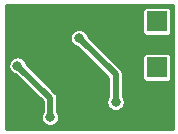
<source format=gbr>
G04 #@! TF.GenerationSoftware,KiCad,Pcbnew,5.1.5+dfsg1-2build2*
G04 #@! TF.CreationDate,2022-08-29T15:20:26+03:00*
G04 #@! TF.ProjectId,eta3000_module,65746133-3030-4305-9f6d-6f64756c652e,rev?*
G04 #@! TF.SameCoordinates,Original*
G04 #@! TF.FileFunction,Copper,L2,Bot*
G04 #@! TF.FilePolarity,Positive*
%FSLAX46Y46*%
G04 Gerber Fmt 4.6, Leading zero omitted, Abs format (unit mm)*
G04 Created by KiCad (PCBNEW 5.1.5+dfsg1-2build2) date 2022-08-29 15:20:26*
%MOMM*%
%LPD*%
G04 APERTURE LIST*
%ADD10R,1.700000X1.700000*%
%ADD11C,0.800000*%
%ADD12C,0.500000*%
%ADD13C,0.254000*%
G04 APERTURE END LIST*
D10*
X63700000Y-51250000D03*
X63700000Y-55150000D03*
X63700000Y-59050000D03*
D11*
X54650000Y-59350000D03*
X51900000Y-55000000D03*
X51900000Y-59000000D03*
X51900000Y-51050000D03*
X55600000Y-57150000D03*
X60200000Y-58100000D03*
X57100000Y-52650000D03*
D12*
X54650000Y-57750000D02*
X51900000Y-55000000D01*
X54650000Y-59350000D02*
X54650000Y-57750000D01*
X60200000Y-55750000D02*
X57100000Y-52650000D01*
X60200000Y-58100000D02*
X60200000Y-55750000D01*
D13*
G36*
X65044000Y-60394000D02*
G01*
X50906000Y-60394000D01*
X50906000Y-54923078D01*
X51119000Y-54923078D01*
X51119000Y-55076922D01*
X51149013Y-55227809D01*
X51207887Y-55369942D01*
X51293358Y-55497859D01*
X51402141Y-55606642D01*
X51530058Y-55692113D01*
X51672191Y-55750987D01*
X51780079Y-55772447D01*
X54019001Y-58011370D01*
X54019000Y-58888595D01*
X53957887Y-58980058D01*
X53899013Y-59122191D01*
X53869000Y-59273078D01*
X53869000Y-59426922D01*
X53899013Y-59577809D01*
X53957887Y-59719942D01*
X54043358Y-59847859D01*
X54152141Y-59956642D01*
X54280058Y-60042113D01*
X54422191Y-60100987D01*
X54573078Y-60131000D01*
X54726922Y-60131000D01*
X54877809Y-60100987D01*
X55019942Y-60042113D01*
X55147859Y-59956642D01*
X55256642Y-59847859D01*
X55342113Y-59719942D01*
X55400987Y-59577809D01*
X55431000Y-59426922D01*
X55431000Y-59273078D01*
X55400987Y-59122191D01*
X55342113Y-58980058D01*
X55281000Y-58888595D01*
X55281000Y-57780987D01*
X55284052Y-57749999D01*
X55281000Y-57719011D01*
X55281000Y-57719002D01*
X55271870Y-57626302D01*
X55235789Y-57507358D01*
X55177196Y-57397739D01*
X55158295Y-57374708D01*
X55118103Y-57325734D01*
X55118101Y-57325732D01*
X55098343Y-57301657D01*
X55074268Y-57281899D01*
X52672447Y-54880079D01*
X52650987Y-54772191D01*
X52592113Y-54630058D01*
X52506642Y-54502141D01*
X52397859Y-54393358D01*
X52269942Y-54307887D01*
X52127809Y-54249013D01*
X51976922Y-54219000D01*
X51823078Y-54219000D01*
X51672191Y-54249013D01*
X51530058Y-54307887D01*
X51402141Y-54393358D01*
X51293358Y-54502141D01*
X51207887Y-54630058D01*
X51149013Y-54772191D01*
X51119000Y-54923078D01*
X50906000Y-54923078D01*
X50906000Y-52573078D01*
X56319000Y-52573078D01*
X56319000Y-52726922D01*
X56349013Y-52877809D01*
X56407887Y-53019942D01*
X56493358Y-53147859D01*
X56602141Y-53256642D01*
X56730058Y-53342113D01*
X56872191Y-53400987D01*
X56980079Y-53422447D01*
X59569001Y-56011370D01*
X59569000Y-57638595D01*
X59507887Y-57730058D01*
X59449013Y-57872191D01*
X59419000Y-58023078D01*
X59419000Y-58176922D01*
X59449013Y-58327809D01*
X59507887Y-58469942D01*
X59593358Y-58597859D01*
X59702141Y-58706642D01*
X59830058Y-58792113D01*
X59972191Y-58850987D01*
X60123078Y-58881000D01*
X60276922Y-58881000D01*
X60427809Y-58850987D01*
X60569942Y-58792113D01*
X60697859Y-58706642D01*
X60806642Y-58597859D01*
X60892113Y-58469942D01*
X60950987Y-58327809D01*
X60981000Y-58176922D01*
X60981000Y-58023078D01*
X60950987Y-57872191D01*
X60892113Y-57730058D01*
X60831000Y-57638595D01*
X60831000Y-55780987D01*
X60834052Y-55749999D01*
X60831000Y-55719011D01*
X60831000Y-55719002D01*
X60821870Y-55626302D01*
X60785789Y-55507358D01*
X60727196Y-55397739D01*
X60668103Y-55325734D01*
X60668101Y-55325732D01*
X60648343Y-55301657D01*
X60624268Y-55281899D01*
X59642369Y-54300000D01*
X62467157Y-54300000D01*
X62467157Y-56000000D01*
X62474513Y-56074689D01*
X62496299Y-56146508D01*
X62531678Y-56212696D01*
X62579289Y-56270711D01*
X62637304Y-56318322D01*
X62703492Y-56353701D01*
X62775311Y-56375487D01*
X62850000Y-56382843D01*
X64550000Y-56382843D01*
X64624689Y-56375487D01*
X64696508Y-56353701D01*
X64762696Y-56318322D01*
X64820711Y-56270711D01*
X64868322Y-56212696D01*
X64903701Y-56146508D01*
X64925487Y-56074689D01*
X64932843Y-56000000D01*
X64932843Y-54300000D01*
X64925487Y-54225311D01*
X64903701Y-54153492D01*
X64868322Y-54087304D01*
X64820711Y-54029289D01*
X64762696Y-53981678D01*
X64696508Y-53946299D01*
X64624689Y-53924513D01*
X64550000Y-53917157D01*
X62850000Y-53917157D01*
X62775311Y-53924513D01*
X62703492Y-53946299D01*
X62637304Y-53981678D01*
X62579289Y-54029289D01*
X62531678Y-54087304D01*
X62496299Y-54153492D01*
X62474513Y-54225311D01*
X62467157Y-54300000D01*
X59642369Y-54300000D01*
X57872447Y-52530079D01*
X57850987Y-52422191D01*
X57792113Y-52280058D01*
X57706642Y-52152141D01*
X57597859Y-52043358D01*
X57469942Y-51957887D01*
X57327809Y-51899013D01*
X57176922Y-51869000D01*
X57023078Y-51869000D01*
X56872191Y-51899013D01*
X56730058Y-51957887D01*
X56602141Y-52043358D01*
X56493358Y-52152141D01*
X56407887Y-52280058D01*
X56349013Y-52422191D01*
X56319000Y-52573078D01*
X50906000Y-52573078D01*
X50906000Y-50400000D01*
X62467157Y-50400000D01*
X62467157Y-52100000D01*
X62474513Y-52174689D01*
X62496299Y-52246508D01*
X62531678Y-52312696D01*
X62579289Y-52370711D01*
X62637304Y-52418322D01*
X62703492Y-52453701D01*
X62775311Y-52475487D01*
X62850000Y-52482843D01*
X64550000Y-52482843D01*
X64624689Y-52475487D01*
X64696508Y-52453701D01*
X64762696Y-52418322D01*
X64820711Y-52370711D01*
X64868322Y-52312696D01*
X64903701Y-52246508D01*
X64925487Y-52174689D01*
X64932843Y-52100000D01*
X64932843Y-50400000D01*
X64925487Y-50325311D01*
X64903701Y-50253492D01*
X64868322Y-50187304D01*
X64820711Y-50129289D01*
X64762696Y-50081678D01*
X64696508Y-50046299D01*
X64624689Y-50024513D01*
X64550000Y-50017157D01*
X62850000Y-50017157D01*
X62775311Y-50024513D01*
X62703492Y-50046299D01*
X62637304Y-50081678D01*
X62579289Y-50129289D01*
X62531678Y-50187304D01*
X62496299Y-50253492D01*
X62474513Y-50325311D01*
X62467157Y-50400000D01*
X50906000Y-50400000D01*
X50906000Y-49856000D01*
X65044001Y-49856000D01*
X65044000Y-60394000D01*
G37*
X65044000Y-60394000D02*
X50906000Y-60394000D01*
X50906000Y-54923078D01*
X51119000Y-54923078D01*
X51119000Y-55076922D01*
X51149013Y-55227809D01*
X51207887Y-55369942D01*
X51293358Y-55497859D01*
X51402141Y-55606642D01*
X51530058Y-55692113D01*
X51672191Y-55750987D01*
X51780079Y-55772447D01*
X54019001Y-58011370D01*
X54019000Y-58888595D01*
X53957887Y-58980058D01*
X53899013Y-59122191D01*
X53869000Y-59273078D01*
X53869000Y-59426922D01*
X53899013Y-59577809D01*
X53957887Y-59719942D01*
X54043358Y-59847859D01*
X54152141Y-59956642D01*
X54280058Y-60042113D01*
X54422191Y-60100987D01*
X54573078Y-60131000D01*
X54726922Y-60131000D01*
X54877809Y-60100987D01*
X55019942Y-60042113D01*
X55147859Y-59956642D01*
X55256642Y-59847859D01*
X55342113Y-59719942D01*
X55400987Y-59577809D01*
X55431000Y-59426922D01*
X55431000Y-59273078D01*
X55400987Y-59122191D01*
X55342113Y-58980058D01*
X55281000Y-58888595D01*
X55281000Y-57780987D01*
X55284052Y-57749999D01*
X55281000Y-57719011D01*
X55281000Y-57719002D01*
X55271870Y-57626302D01*
X55235789Y-57507358D01*
X55177196Y-57397739D01*
X55158295Y-57374708D01*
X55118103Y-57325734D01*
X55118101Y-57325732D01*
X55098343Y-57301657D01*
X55074268Y-57281899D01*
X52672447Y-54880079D01*
X52650987Y-54772191D01*
X52592113Y-54630058D01*
X52506642Y-54502141D01*
X52397859Y-54393358D01*
X52269942Y-54307887D01*
X52127809Y-54249013D01*
X51976922Y-54219000D01*
X51823078Y-54219000D01*
X51672191Y-54249013D01*
X51530058Y-54307887D01*
X51402141Y-54393358D01*
X51293358Y-54502141D01*
X51207887Y-54630058D01*
X51149013Y-54772191D01*
X51119000Y-54923078D01*
X50906000Y-54923078D01*
X50906000Y-52573078D01*
X56319000Y-52573078D01*
X56319000Y-52726922D01*
X56349013Y-52877809D01*
X56407887Y-53019942D01*
X56493358Y-53147859D01*
X56602141Y-53256642D01*
X56730058Y-53342113D01*
X56872191Y-53400987D01*
X56980079Y-53422447D01*
X59569001Y-56011370D01*
X59569000Y-57638595D01*
X59507887Y-57730058D01*
X59449013Y-57872191D01*
X59419000Y-58023078D01*
X59419000Y-58176922D01*
X59449013Y-58327809D01*
X59507887Y-58469942D01*
X59593358Y-58597859D01*
X59702141Y-58706642D01*
X59830058Y-58792113D01*
X59972191Y-58850987D01*
X60123078Y-58881000D01*
X60276922Y-58881000D01*
X60427809Y-58850987D01*
X60569942Y-58792113D01*
X60697859Y-58706642D01*
X60806642Y-58597859D01*
X60892113Y-58469942D01*
X60950987Y-58327809D01*
X60981000Y-58176922D01*
X60981000Y-58023078D01*
X60950987Y-57872191D01*
X60892113Y-57730058D01*
X60831000Y-57638595D01*
X60831000Y-55780987D01*
X60834052Y-55749999D01*
X60831000Y-55719011D01*
X60831000Y-55719002D01*
X60821870Y-55626302D01*
X60785789Y-55507358D01*
X60727196Y-55397739D01*
X60668103Y-55325734D01*
X60668101Y-55325732D01*
X60648343Y-55301657D01*
X60624268Y-55281899D01*
X59642369Y-54300000D01*
X62467157Y-54300000D01*
X62467157Y-56000000D01*
X62474513Y-56074689D01*
X62496299Y-56146508D01*
X62531678Y-56212696D01*
X62579289Y-56270711D01*
X62637304Y-56318322D01*
X62703492Y-56353701D01*
X62775311Y-56375487D01*
X62850000Y-56382843D01*
X64550000Y-56382843D01*
X64624689Y-56375487D01*
X64696508Y-56353701D01*
X64762696Y-56318322D01*
X64820711Y-56270711D01*
X64868322Y-56212696D01*
X64903701Y-56146508D01*
X64925487Y-56074689D01*
X64932843Y-56000000D01*
X64932843Y-54300000D01*
X64925487Y-54225311D01*
X64903701Y-54153492D01*
X64868322Y-54087304D01*
X64820711Y-54029289D01*
X64762696Y-53981678D01*
X64696508Y-53946299D01*
X64624689Y-53924513D01*
X64550000Y-53917157D01*
X62850000Y-53917157D01*
X62775311Y-53924513D01*
X62703492Y-53946299D01*
X62637304Y-53981678D01*
X62579289Y-54029289D01*
X62531678Y-54087304D01*
X62496299Y-54153492D01*
X62474513Y-54225311D01*
X62467157Y-54300000D01*
X59642369Y-54300000D01*
X57872447Y-52530079D01*
X57850987Y-52422191D01*
X57792113Y-52280058D01*
X57706642Y-52152141D01*
X57597859Y-52043358D01*
X57469942Y-51957887D01*
X57327809Y-51899013D01*
X57176922Y-51869000D01*
X57023078Y-51869000D01*
X56872191Y-51899013D01*
X56730058Y-51957887D01*
X56602141Y-52043358D01*
X56493358Y-52152141D01*
X56407887Y-52280058D01*
X56349013Y-52422191D01*
X56319000Y-52573078D01*
X50906000Y-52573078D01*
X50906000Y-50400000D01*
X62467157Y-50400000D01*
X62467157Y-52100000D01*
X62474513Y-52174689D01*
X62496299Y-52246508D01*
X62531678Y-52312696D01*
X62579289Y-52370711D01*
X62637304Y-52418322D01*
X62703492Y-52453701D01*
X62775311Y-52475487D01*
X62850000Y-52482843D01*
X64550000Y-52482843D01*
X64624689Y-52475487D01*
X64696508Y-52453701D01*
X64762696Y-52418322D01*
X64820711Y-52370711D01*
X64868322Y-52312696D01*
X64903701Y-52246508D01*
X64925487Y-52174689D01*
X64932843Y-52100000D01*
X64932843Y-50400000D01*
X64925487Y-50325311D01*
X64903701Y-50253492D01*
X64868322Y-50187304D01*
X64820711Y-50129289D01*
X64762696Y-50081678D01*
X64696508Y-50046299D01*
X64624689Y-50024513D01*
X64550000Y-50017157D01*
X62850000Y-50017157D01*
X62775311Y-50024513D01*
X62703492Y-50046299D01*
X62637304Y-50081678D01*
X62579289Y-50129289D01*
X62531678Y-50187304D01*
X62496299Y-50253492D01*
X62474513Y-50325311D01*
X62467157Y-50400000D01*
X50906000Y-50400000D01*
X50906000Y-49856000D01*
X65044001Y-49856000D01*
X65044000Y-60394000D01*
M02*

</source>
